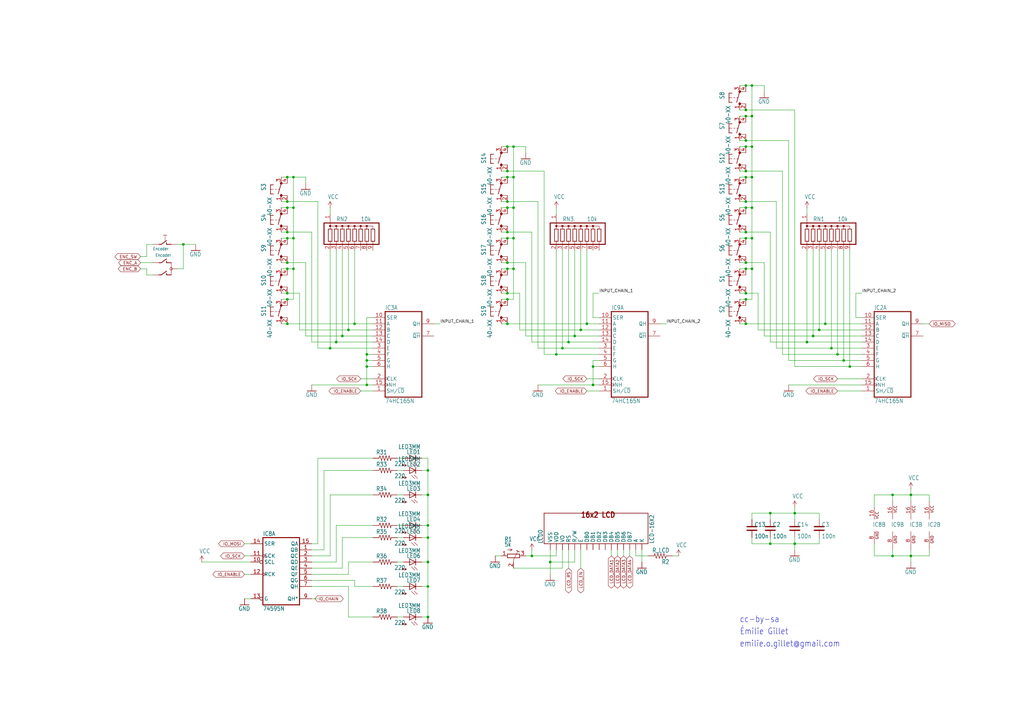
<source format=kicad_sch>
(kicad_sch (version 20250114) (generator "eeschema") (generator_version "9.0")
  (paper "User" 425.45 298.602)
  (text "emilie.o.gillet@gmail.com" (at 307.34 269.24 0) (effects (font (size 2.54 2.159)) (justify left bottom)))
  (text "Émilie Gillet" (at 307.34 264.16 0) (effects (font (size 2.54 2.159)) (justify left bottom)))
  (text "cc-by-sa" (at 307.34 259.08 0) (effects (font (size 2.54 2.159)) (justify left bottom)))
  (junction (at 342.9 134.62))
  (junction (at 309.88 99.06))
  (junction (at 213.36 99.06))
  (junction (at 370.84 231.14))
  (junction (at 177.8 195.58))
  (junction (at 330.2 226.06))
  (junction (at 177.8 243.84))
  (junction (at 210.82 111.76))
  (junction (at 309.88 73.66))
  (junction (at 119.38 73.66))
  (junction (at 312.42 99.06))
  (junction (at 309.88 96.52))
  (junction (at 335.28 142.24))
  (junction (at 210.82 60.96))
  (junction (at 119.38 83.82))
  (junction (at 213.36 73.66))
  (junction (at 210.82 121.92))
  (junction (at 177.8 223.52))
  (junction (at 309.88 83.82))
  (junction (at 243.84 134.62))
  (junction (at 312.42 60.96))
  (junction (at 119.38 111.76))
  (junction (at 228.6 233.68))
  (junction (at 309.88 109.22))
  (junction (at 137.16 144.78))
  (junction (at 330.2 213.36))
  (junction (at 241.3 137.16))
  (junction (at 312.42 73.66))
  (junction (at 210.82 109.22))
  (junction (at 353.06 152.4))
  (junction (at 119.38 124.46))
  (junction (at 210.82 86.36))
  (junction (at 378.46 205.74))
  (junction (at 337.82 139.7))
  (junction (at 309.88 111.76))
  (junction (at 312.42 35.56))
  (junction (at 378.46 231.14))
  (junction (at 177.8 233.68))
  (junction (at 177.8 205.74))
  (junction (at 144.78 137.16))
  (junction (at 312.42 86.36))
  (junction (at 152.4 160.02))
  (junction (at 210.82 124.46))
  (junction (at 139.7 142.24))
  (junction (at 309.88 58.42))
  (junction (at 309.88 45.72))
  (junction (at 309.88 60.96))
  (junction (at 213.36 86.36))
  (junction (at 309.88 86.36))
  (junction (at 220.98 231.14))
  (junction (at 119.38 121.92))
  (junction (at 210.82 71.12))
  (junction (at 210.82 83.82))
  (junction (at 309.88 134.62))
  (junction (at 213.36 111.76))
  (junction (at 213.36 60.96))
  (junction (at 147.32 134.62))
  (junction (at 309.88 121.92))
  (junction (at 236.22 142.24))
  (junction (at 119.38 96.52))
  (junction (at 309.88 48.26))
  (junction (at 320.04 213.36))
  (junction (at 309.88 124.46))
  (junction (at 246.38 160.02))
  (junction (at 370.84 205.74))
  (junction (at 309.88 71.12))
  (junction (at 347.98 147.32))
  (junction (at 177.8 218.44))
  (junction (at 119.38 99.06))
  (junction (at 210.82 134.62))
  (junction (at 152.4 149.86))
  (junction (at 177.8 256.54))
  (junction (at 121.92 73.66))
  (junction (at 340.36 137.16))
  (junction (at 350.52 149.86))
  (junction (at 210.82 99.06))
  (junction (at 312.42 111.76))
  (junction (at 119.38 86.36))
  (junction (at 246.38 152.4))
  (junction (at 121.92 99.06))
  (junction (at 210.82 73.66))
  (junction (at 152.4 147.32))
  (junction (at 345.44 144.78))
  (junction (at 119.38 109.22))
  (junction (at 119.38 134.62))
  (junction (at 238.76 139.7))
  (junction (at 142.24 139.7))
  (junction (at 210.82 96.52))
  (junction (at 231.14 147.32))
  (junction (at 309.88 35.56))
  (junction (at 76.2 101.6))
  (junction (at 152.4 152.4))
  (junction (at 312.42 48.26))
  (junction (at 121.92 111.76))
  (junction (at 233.68 144.78))
  (junction (at 320.04 226.06))
  (junction (at 121.92 86.36))
  (wire (pts (xy 116.84 99.06) (xy 119.38 99.06)) (stroke (width 0.1524)))
  (wire (pts (xy 340.36 226.06) (xy 330.2 226.06)) (stroke (width 0.1524)))
  (wire (pts (xy 236.22 236.22) (xy 236.22 228.6)) (stroke (width 0.1524)))
  (wire (pts (xy 353.06 142.24) (xy 358.14 142.24)) (stroke (width 0.1524)))
  (wire (pts (xy 208.28 134.62) (xy 210.82 134.62)) (stroke (width 0.1524)))
  (wire (pts (xy 177.8 256.54) (xy 177.8 243.84)) (stroke (width 0.1524)))
  (wire (pts (xy 147.32 104.14) (xy 147.32 134.62)) (stroke (width 0.1524)))
  (wire (pts (xy 345.44 144.78) (xy 358.14 144.78)) (stroke (width 0.1524)))
  (wire (pts (xy 116.84 124.46) (xy 119.38 124.46)) (stroke (width 0.1524)))
  (wire (pts (xy 355.6 121.92) (xy 358.14 121.92)) (stroke (width 0.1524)))
  (wire (pts (xy 132.08 226.06) (xy 132.08 190.5)) (stroke (width 0.1524)))
  (wire (pts (xy 154.94 152.4) (xy 152.4 152.4)) (stroke (width 0.1524)))
  (wire (pts (xy 233.68 144.78) (xy 248.92 144.78)) (stroke (width 0.1524)))
  (wire (pts (xy 309.88 121.92) (xy 314.96 121.92)) (stroke (width 0.1524)))
  (wire (pts (xy 330.2 45.72) (xy 330.2 152.4)) (stroke (width 0.1524)))
  (wire (pts (xy 386.08 205.74) (xy 386.08 208.28)) (stroke (width 0.1524)))
  (wire (pts (xy 210.82 109.22) (xy 208.28 109.22)) (stroke (width 0.1524)))
  (wire (pts (xy 330.2 213.36) (xy 320.04 213.36)) (stroke (width 0.1524)))
  (wire (pts (xy 208.28 96.52) (xy 210.82 96.52)) (stroke (width 0.1524)))
  (wire (pts (xy 345.44 134.62) (xy 358.14 134.62)) (stroke (width 0.1524)))
  (wire (pts (xy 165.1 218.44) (xy 167.64 218.44)) (stroke (width 0.1524)))
  (wire (pts (xy 327.66 58.42) (xy 327.66 149.86)) (stroke (width 0.1524)))
  (wire (pts (xy 154.94 160.02) (xy 152.4 160.02)) (stroke (width 0.1524)))
  (wire (pts (xy 210.82 86.36) (xy 213.36 86.36)) (stroke (width 0.1524)))
  (wire (pts (xy 355.6 132.08) (xy 358.14 132.08)) (stroke (width 0.1524)))
  (wire (pts (xy 358.14 160.02) (xy 327.66 160.02)) (stroke (width 0.1524)))
  (wire (pts (xy 121.92 73.66) (xy 127 73.66)) (stroke (width 0.1524)))
  (wire (pts (xy 121.92 99.06) (xy 121.92 111.76)) (stroke (width 0.1524)))
  (wire (pts (xy 307.34 58.42) (xy 309.88 58.42)) (stroke (width 0.1524)))
  (wire (pts (xy 175.26 218.44) (xy 177.8 218.44)) (stroke (width 0.1524)))
  (wire (pts (xy 274.32 134.62) (xy 276.86 134.62)) (stroke (width 0.1524)))
  (wire (pts (xy 210.82 121.92) (xy 215.9 121.92)) (stroke (width 0.1524)))
  (wire (pts (xy 246.38 160.02) (xy 223.52 160.02)) (stroke (width 0.1524)))
  (wire (pts (xy 208.28 121.92) (xy 210.82 121.92)) (stroke (width 0.1524)))
  (wire (pts (xy 58.42 109.22) (xy 63.5 109.22)) (stroke (width 0.1524)))
  (wire (pts (xy 119.38 134.62) (xy 147.32 134.62)) (stroke (width 0.1524)))
  (wire (pts (xy 116.84 73.66) (xy 119.38 73.66)) (stroke (width 0.1524)))
  (wire (pts (xy 337.82 139.7) (xy 350.52 139.7)) (stroke (width 0.1524)))
  (wire (pts (xy 177.8 243.84) (xy 177.8 233.68)) (stroke (width 0.1524)))
  (wire (pts (xy 119.38 124.46) (xy 121.92 124.46)) (stroke (width 0.1524)))
  (wire (pts (xy 347.98 147.32) (xy 358.14 147.32)) (stroke (width 0.1524)))
  (wire (pts (xy 320.04 226.06) (xy 320.04 223.52)) (stroke (width 0.1524)))
  (wire (pts (xy 330.2 213.36) (xy 340.36 213.36)) (stroke (width 0.1524)))
  (wire (pts (xy 129.54 248.92) (xy 132.08 248.92)) (stroke (width 0.1524)))
  (wire (pts (xy 236.22 104.14) (xy 236.22 142.24)) (stroke (width 0.1524)))
  (wire (pts (xy 142.24 104.14) (xy 142.24 139.7)) (stroke (width 0.1524)))
  (wire (pts (xy 58.42 106.68) (xy 60.96 106.68)) (stroke (width 0.1524)))
  (wire (pts (xy 144.78 233.68) (xy 154.94 233.68)) (stroke (width 0.1524)))
  (wire (pts (xy 317.5 109.22) (xy 317.5 139.7)) (stroke (width 0.1524)))
  (wire (pts (xy 175.26 223.52) (xy 177.8 223.52)) (stroke (width 0.1524)))
  (wire (pts (xy 210.82 60.96) (xy 213.36 60.96)) (stroke (width 0.1524)))
  (wire (pts (xy 213.36 124.46) (xy 213.36 111.76)) (stroke (width 0.1524)))
  (wire (pts (xy 213.36 73.66) (xy 213.36 86.36)) (stroke (width 0.1524)))
  (wire (pts (xy 208.28 73.66) (xy 210.82 73.66)) (stroke (width 0.1524)))
  (wire (pts (xy 60.96 101.6) (xy 63.5 101.6)) (stroke (width 0.1524)))
  (wire (pts (xy 177.8 223.52) (xy 177.8 218.44)) (stroke (width 0.1524)))
  (wire (pts (xy 152.4 132.08) (xy 152.4 147.32)) (stroke (width 0.1524)))
  (wire (pts (xy 307.34 121.92) (xy 309.88 121.92)) (stroke (width 0.1524)))
  (wire (pts (xy 139.7 233.68) (xy 139.7 218.44)) (stroke (width 0.1524)))
  (wire (pts (xy 129.54 241.3) (xy 147.32 241.3)) (stroke (width 0.1524)))
  (wire (pts (xy 309.88 71.12) (xy 325.12 71.12)) (stroke (width 0.1524)))
  (wire (pts (xy 73.66 111.76) (xy 76.2 111.76)) (stroke (width 0.1524)))
  (wire (pts (xy 342.9 134.62) (xy 345.44 134.62)) (stroke (width 0.1524)))
  (wire (pts (xy 307.34 96.52) (xy 309.88 96.52)) (stroke (width 0.1524)))
  (wire (pts (xy 231.14 231.14) (xy 231.14 228.6)) (stroke (width 0.1524)))
  (wire (pts (xy 378.46 231.14) (xy 378.46 233.68)) (stroke (width 0.1524)))
  (wire (pts (xy 129.54 231.14) (xy 137.16 231.14)) (stroke (width 0.1524)))
  (wire (pts (xy 76.2 111.76) (xy 76.2 101.6)) (stroke (width 0.1524)))
  (wire (pts (xy 238.76 139.7) (xy 248.92 139.7)) (stroke (width 0.1524)))
  (wire (pts (xy 312.42 111.76) (xy 309.88 111.76)) (stroke (width 0.1524)))
  (wire (pts (xy 363.22 210.82) (xy 363.22 205.74)) (stroke (width 0.1524)))
  (wire (pts (xy 314.96 137.16) (xy 340.36 137.16)) (stroke (width 0.1524)))
  (wire (pts (xy 228.6 228.6) (xy 228.6 233.68)) (stroke (width 0.1524)))
  (wire (pts (xy 127 109.22) (xy 127 139.7)) (stroke (width 0.1524)))
  (wire (pts (xy 307.34 48.26) (xy 309.88 48.26)) (stroke (width 0.1524)))
  (wire (pts (xy 231.14 104.14) (xy 231.14 147.32)) (stroke (width 0.1524)))
  (wire (pts (xy 312.42 99.06) (xy 312.42 111.76)) (stroke (width 0.1524)))
  (wire (pts (xy 218.44 63.5) (xy 218.44 60.96)) (stroke (width 0.1524)))
  (wire (pts (xy 142.24 139.7) (xy 154.94 139.7)) (stroke (width 0.1524)))
  (wire (pts (xy 309.88 96.52) (xy 320.04 96.52)) (stroke (width 0.1524)))
  (wire (pts (xy 325.12 147.32) (xy 347.98 147.32)) (stroke (width 0.1524)))
  (wire (pts (xy 228.6 233.68) (xy 228.6 238.76)) (stroke (width 0.1524)))
  (wire (pts (xy 256.54 231.14) (xy 256.54 228.6)) (stroke (width 0.1524)))
  (wire (pts (xy 213.36 86.36) (xy 213.36 99.06)) (stroke (width 0.1524)))
  (wire (pts (xy 241.3 137.16) (xy 248.92 137.16)) (stroke (width 0.1524)))
  (wire (pts (xy 208.28 124.46) (xy 210.82 124.46)) (stroke (width 0.1524)))
  (wire (pts (xy 223.52 83.82) (xy 223.52 144.78)) (stroke (width 0.1524)))
  (wire (pts (xy 363.22 226.06) (xy 363.22 231.14)) (stroke (width 0.1524)))
  (wire (pts (xy 60.96 111.76) (xy 60.96 114.3)) (stroke (width 0.1524)))
  (wire (pts (xy 386.08 231.14) (xy 386.08 228.6)) (stroke (width 0.1524)))
  (wire (pts (xy 60.96 114.3) (xy 63.5 114.3)) (stroke (width 0.1524)))
  (wire (pts (xy 147.32 241.3) (xy 147.32 243.84)) (stroke (width 0.1524)))
  (wire (pts (xy 363.22 231.14) (xy 370.84 231.14)) (stroke (width 0.1524)))
  (wire (pts (xy 144.78 104.14) (xy 144.78 137.16)) (stroke (width 0.1524)))
  (wire (pts (xy 228.6 233.68) (xy 238.76 233.68)) (stroke (width 0.1524)))
  (wire (pts (xy 236.22 142.24) (xy 248.92 142.24)) (stroke (width 0.1524)))
  (wire (pts (xy 210.82 109.22) (xy 218.44 109.22)) (stroke (width 0.1524)))
  (wire (pts (xy 248.92 160.02) (xy 246.38 160.02)) (stroke (width 0.1524)))
  (wire (pts (xy 142.24 223.52) (xy 154.94 223.52)) (stroke (width 0.1524)))
  (wire (pts (xy 309.88 99.06) (xy 312.42 99.06)) (stroke (width 0.1524)))
  (wire (pts (xy 378.46 205.74) (xy 386.08 205.74)) (stroke (width 0.1524)))
  (wire (pts (xy 317.5 35.56) (xy 317.5 38.1)) (stroke (width 0.1524)))
  (wire (pts (xy 144.78 243.84) (xy 144.78 256.54)) (stroke (width 0.1524)))
  (wire (pts (xy 101.6 238.76) (xy 104.14 238.76)) (stroke (width 0.1524)))
  (wire (pts (xy 116.84 83.82) (xy 119.38 83.82)) (stroke (width 0.1524)))
  (wire (pts (xy 210.82 111.76) (xy 208.28 111.76)) (stroke (width 0.1524)))
  (wire (pts (xy 309.88 71.12) (xy 307.34 71.12)) (stroke (width 0.1524)))
  (wire (pts (xy 350.52 104.14) (xy 350.52 149.86)) (stroke (width 0.1524)))
  (wire (pts (xy 154.94 162.56) (xy 149.86 162.56)) (stroke (width 0.1524)))
  (wire (pts (xy 266.7 228.6) (xy 266.7 233.68)) (stroke (width 0.1524)))
  (wire (pts (xy 177.8 205.74) (xy 177.8 195.58)) (stroke (width 0.1524)))
  (wire (pts (xy 152.4 149.86) (xy 152.4 152.4)) (stroke (width 0.1524)))
  (wire (pts (xy 347.98 157.48) (xy 358.14 157.48)) (stroke (width 0.1524)))
  (wire (pts (xy 134.62 228.6) (xy 134.62 195.58)) (stroke (width 0.1524)))
  (wire (pts (xy 307.34 73.66) (xy 309.88 73.66)) (stroke (width 0.1524)))
  (wire (pts (xy 147.32 243.84) (xy 154.94 243.84)) (stroke (width 0.1524)))
  (wire (pts (xy 307.34 99.06) (xy 309.88 99.06)) (stroke (width 0.1524)))
  (wire (pts (xy 165.1 223.52) (xy 167.64 223.52)) (stroke (width 0.1524)))
  (wire (pts (xy 335.28 86.36) (xy 335.28 88.9)) (stroke (width 0.1524)))
  (wire (pts (xy 154.94 149.86) (xy 152.4 149.86)) (stroke (width 0.1524)))
  (wire (pts (xy 144.78 256.54) (xy 154.94 256.54)) (stroke (width 0.1524)))
  (wire (pts (xy 180.34 134.62) (xy 182.88 134.62)) (stroke (width 0.1524)))
  (wire (pts (xy 238.76 228.6) (xy 238.76 233.68)) (stroke (width 0.1524)))
  (wire (pts (xy 309.88 86.36) (xy 312.42 86.36)) (stroke (width 0.1524)))
  (wire (pts (xy 312.42 35.56) (xy 317.5 35.56)) (stroke (width 0.1524)))
  (wire (pts (xy 340.36 215.9) (xy 340.36 213.36)) (stroke (width 0.1524)))
  (wire (pts (xy 325.12 71.12) (xy 325.12 147.32)) (stroke (width 0.1524)))
  (wire (pts (xy 167.64 195.58) (xy 165.1 195.58)) (stroke (width 0.1524)))
  (wire (pts (xy 350.52 149.86) (xy 358.14 149.86)) (stroke (width 0.1524)))
  (wire (pts (xy 259.08 231.14) (xy 259.08 228.6)) (stroke (width 0.1524)))
  (wire (pts (xy 312.42 73.66) (xy 312.42 86.36)) (stroke (width 0.1524)))
  (wire (pts (xy 127 139.7) (xy 142.24 139.7)) (stroke (width 0.1524)))
  (wire (pts (xy 340.36 104.14) (xy 340.36 137.16)) (stroke (width 0.1524)))
  (wire (pts (xy 175.26 205.74) (xy 177.8 205.74)) (stroke (width 0.1524)))
  (wire (pts (xy 119.38 109.22) (xy 116.84 109.22)) (stroke (width 0.1524)))
  (wire (pts (xy 330.2 226.06) (xy 330.2 223.52)) (stroke (width 0.1524)))
  (wire (pts (xy 309.88 73.66) (xy 312.42 73.66)) (stroke (width 0.1524)))
  (wire (pts (xy 340.36 226.06) (xy 340.36 223.52)) (stroke (width 0.1524)))
  (wire (pts (xy 139.7 142.24) (xy 154.94 142.24)) (stroke (width 0.1524)))
  (wire (pts (xy 73.66 101.6) (xy 76.2 101.6)) (stroke (width 0.1524)))
  (wire (pts (xy 152.4 147.32) (xy 152.4 149.86)) (stroke (width 0.1524)))
  (wire (pts (xy 309.88 45.72) (xy 330.2 45.72)) (stroke (width 0.1524)))
  (wire (pts (xy 248.92 152.4) (xy 246.38 152.4)) (stroke (width 0.1524)))
  (wire (pts (xy 358.14 162.56) (xy 347.98 162.56)) (stroke (width 0.1524)))
  (wire (pts (xy 248.92 149.86) (xy 246.38 149.86)) (stroke (width 0.1524)))
  (wire (pts (xy 370.84 205.74) (xy 378.46 205.74)) (stroke (width 0.1524)))
  (wire (pts (xy 213.36 60.96) (xy 218.44 60.96)) (stroke (width 0.1524)))
  (wire (pts (xy 218.44 231.14) (xy 220.98 231.14)) (stroke (width 0.1524)))
  (wire (pts (xy 139.7 104.14) (xy 139.7 142.24)) (stroke (width 0.1524)))
  (wire (pts (xy 116.84 86.36) (xy 119.38 86.36)) (stroke (width 0.1524)))
  (wire (pts (xy 370.84 231.14) (xy 370.84 228.6)) (stroke (width 0.1524)))
  (wire (pts (xy 119.38 86.36) (xy 121.92 86.36)) (stroke (width 0.1524)))
  (wire (pts (xy 309.88 58.42) (xy 327.66 58.42)) (stroke (width 0.1524)))
  (wire (pts (xy 231.14 147.32) (xy 248.92 147.32)) (stroke (width 0.1524)))
  (wire (pts (xy 226.06 71.12) (xy 226.06 147.32)) (stroke (width 0.1524)))
  (wire (pts (xy 137.16 104.14) (xy 137.16 144.78)) (stroke (width 0.1524)))
  (wire (pts (xy 378.46 231.14) (xy 386.08 231.14)) (stroke (width 0.1524)))
  (wire (pts (xy 165.1 205.74) (xy 167.64 205.74)) (stroke (width 0.1524)))
  (wire (pts (xy 330.2 226.06) (xy 330.2 228.6)) (stroke (width 0.1524)))
  (wire (pts (xy 309.88 124.46) (xy 312.42 124.46)) (stroke (width 0.1524)))
  (wire (pts (xy 213.36 60.96) (xy 213.36 73.66)) (stroke (width 0.1524)))
  (wire (pts (xy 320.04 96.52) (xy 320.04 142.24)) (stroke (width 0.1524)))
  (wire (pts (xy 129.54 233.68) (xy 139.7 233.68)) (stroke (width 0.1524)))
  (wire (pts (xy 104.14 233.68) (xy 83.82 233.68)) (stroke (width 0.1524)))
  (wire (pts (xy 312.42 124.46) (xy 312.42 111.76)) (stroke (width 0.1524)))
  (wire (pts (xy 116.84 134.62) (xy 119.38 134.62)) (stroke (width 0.1524)))
  (wire (pts (xy 175.26 195.58) (xy 177.8 195.58)) (stroke (width 0.1524)))
  (wire (pts (xy 350.52 139.7) (xy 358.14 139.7)) (stroke (width 0.1524)))
  (wire (pts (xy 213.36 111.76) (xy 210.82 111.76)) (stroke (width 0.1524)))
  (wire (pts (xy 309.88 83.82) (xy 307.34 83.82)) (stroke (width 0.1524)))
  (wire (pts (xy 320.04 215.9) (xy 320.04 213.36)) (stroke (width 0.1524)))
  (wire (pts (xy 347.98 137.16) (xy 358.14 137.16)) (stroke (width 0.1524)))
  (wire (pts (xy 134.62 228.6) (xy 129.54 228.6)) (stroke (width 0.1524)))
  (wire (pts (xy 121.92 73.66) (xy 121.92 86.36)) (stroke (width 0.1524)))
  (wire (pts (xy 220.98 228.6) (xy 220.98 231.14)) (stroke (width 0.1524)))
  (wire (pts (xy 218.44 139.7) (xy 238.76 139.7)) (stroke (width 0.1524)))
  (wire (pts (xy 312.42 226.06) (xy 320.04 226.06)) (stroke (width 0.1524)))
  (wire (pts (xy 215.9 137.16) (xy 241.3 137.16)) (stroke (width 0.1524)))
  (wire (pts (xy 309.88 60.96) (xy 312.42 60.96)) (stroke (width 0.1524)))
  (wire (pts (xy 149.86 157.48) (xy 154.94 157.48)) (stroke (width 0.1524)))
  (wire (pts (xy 246.38 132.08) (xy 246.38 121.92)) (stroke (width 0.1524)))
  (wire (pts (xy 129.54 96.52) (xy 129.54 142.24)) (stroke (width 0.1524)))
  (wire (pts (xy 307.34 60.96) (xy 309.88 60.96)) (stroke (width 0.1524)))
  (wire (pts (xy 345.44 104.14) (xy 345.44 144.78)) (stroke (width 0.1524)))
  (wire (pts (xy 314.96 121.92) (xy 314.96 137.16)) (stroke (width 0.1524)))
  (wire (pts (xy 370.84 205.74) (xy 370.84 208.28)) (stroke (width 0.1524)))
  (wire (pts (xy 322.58 144.78) (xy 345.44 144.78)) (stroke (width 0.1524)))
  (wire (pts (xy 177.8 218.44) (xy 177.8 205.74)) (stroke (width 0.1524)))
  (wire (pts (xy 330.2 226.06) (xy 320.04 226.06)) (stroke (width 0.1524)))
  (wire (pts (xy 307.34 45.72) (xy 309.88 45.72)) (stroke (width 0.1524)))
  (wire (pts (xy 177.8 195.58) (xy 177.8 190.5)) (stroke (width 0.1524)))
  (wire (pts (xy 127 73.66) (xy 127 76.2)) (stroke (width 0.1524)))
  (wire (pts (xy 121.92 124.46) (xy 121.92 111.76)) (stroke (width 0.1524)))
  (wire (pts (xy 208.28 60.96) (xy 210.82 60.96)) (stroke (width 0.1524)))
  (wire (pts (xy 119.38 83.82) (xy 132.08 83.82)) (stroke (width 0.1524)))
  (wire (pts (xy 309.88 83.82) (xy 322.58 83.82)) (stroke (width 0.1524)))
  (wire (pts (xy 215.9 121.92) (xy 215.9 137.16)) (stroke (width 0.1524)))
  (wire (pts (xy 335.28 104.14) (xy 335.28 142.24)) (stroke (width 0.1524)))
  (wire (pts (xy 132.08 190.5) (xy 154.94 190.5)) (stroke (width 0.1524)))
  (wire (pts (xy 60.96 106.68) (xy 60.96 101.6)) (stroke (width 0.1524)))
  (wire (pts (xy 347.98 104.14) (xy 347.98 147.32)) (stroke (width 0.1524)))
  (wire (pts (xy 241.3 236.22) (xy 241.3 228.6)) (stroke (width 0.1524)))
  (wire (pts (xy 210.82 96.52) (xy 220.98 96.52)) (stroke (width 0.1524)))
  (wire (pts (xy 132.08 144.78) (xy 137.16 144.78)) (stroke (width 0.1524)))
  (wire (pts (xy 210.82 71.12) (xy 226.06 71.12)) (stroke (width 0.1524)))
  (wire (pts (xy 175.26 233.68) (xy 177.8 233.68)) (stroke (width 0.1524)))
  (wire (pts (xy 218.44 109.22) (xy 218.44 139.7)) (stroke (width 0.1524)))
  (wire (pts (xy 309.88 35.56) (xy 312.42 35.56)) (stroke (width 0.1524)))
  (wire (pts (xy 307.34 109.22) (xy 309.88 109.22)) (stroke (width 0.1524)))
  (wire (pts (xy 124.46 137.16) (xy 144.78 137.16)) (stroke (width 0.1524)))
  (wire (pts (xy 220.98 231.14) (xy 231.14 231.14)) (stroke (width 0.1524)))
  (wire (pts (xy 243.84 104.14) (xy 243.84 134.62)) (stroke (width 0.1524)))
  (wire (pts (xy 119.38 73.66) (xy 121.92 73.66)) (stroke (width 0.1524)))
  (wire (pts (xy 220.98 142.24) (xy 236.22 142.24)) (stroke (width 0.1524)))
  (wire (pts (xy 175.26 190.5) (xy 177.8 190.5)) (stroke (width 0.1524)))
  (wire (pts (xy 152.4 152.4) (xy 152.4 160.02)) (stroke (width 0.1524)))
  (wire (pts (xy 132.08 83.82) (xy 132.08 144.78)) (stroke (width 0.1524)))
  (wire (pts (xy 129.54 243.84) (xy 144.78 243.84)) (stroke (width 0.1524)))
  (wire (pts (xy 119.38 96.52) (xy 129.54 96.52)) (stroke (width 0.1524)))
  (wire (pts (xy 317.5 139.7) (xy 337.82 139.7)) (stroke (width 0.1524)))
  (wire (pts (xy 246.38 132.08) (xy 248.92 132.08)) (stroke (width 0.1524)))
  (wire (pts (xy 152.4 132.08) (xy 154.94 132.08)) (stroke (width 0.1524)))
  (wire (pts (xy 340.36 137.16) (xy 347.98 137.16)) (stroke (width 0.1524)))
  (wire (pts (xy 355.6 132.08) (xy 355.6 121.92)) (stroke (width 0.1524)))
  (wire (pts (xy 165.1 190.5) (xy 167.64 190.5)) (stroke (width 0.1524)))
  (wire (pts (xy 309.88 109.22) (xy 317.5 109.22)) (stroke (width 0.1524)))
  (wire (pts (xy 312.42 223.52) (xy 312.42 226.06)) (stroke (width 0.1524)))
  (wire (pts (xy 264.16 231.14) (xy 269.24 231.14)) (stroke (width 0.1524)))
  (wire (pts (xy 312.42 213.36) (xy 320.04 213.36)) (stroke (width 0.1524)))
  (wire (pts (xy 220.98 96.52) (xy 220.98 142.24)) (stroke (width 0.1524)))
  (wire (pts (xy 238.76 104.14) (xy 238.76 139.7)) (stroke (width 0.1524)))
  (wire (pts (xy 119.38 109.22) (xy 127 109.22)) (stroke (width 0.1524)))
  (wire (pts (xy 312.42 60.96) (xy 312.42 73.66)) (stroke (width 0.1524)))
  (wire (pts (xy 142.24 236.22) (xy 142.24 223.52)) (stroke (width 0.1524)))
  (wire (pts (xy 312.42 35.56) (xy 312.42 48.26)) (stroke (width 0.1524)))
  (wire (pts (xy 129.54 236.22) (xy 142.24 236.22)) (stroke (width 0.1524)))
  (wire (pts (xy 233.68 236.22) (xy 233.68 228.6)) (stroke (width 0.1524)))
  (wire (pts (xy 119.38 99.06) (xy 121.92 99.06)) (stroke (width 0.1524)))
  (wire (pts (xy 386.08 134.62) (xy 383.54 134.62)) (stroke (width 0.1524)))
  (wire (pts (xy 241.3 104.14) (xy 241.3 137.16)) (stroke (width 0.1524)))
  (wire (pts (xy 137.16 86.36) (xy 137.16 88.9)) (stroke (width 0.1524)))
  (wire (pts (xy 335.28 142.24) (xy 353.06 142.24)) (stroke (width 0.1524)))
  (wire (pts (xy 139.7 218.44) (xy 154.94 218.44)) (stroke (width 0.1524)))
  (wire (pts (xy 353.06 152.4) (xy 358.14 152.4)) (stroke (width 0.1524)))
  (wire (pts (xy 312.42 48.26) (xy 312.42 60.96)) (stroke (width 0.1524)))
  (wire (pts (xy 129.54 142.24) (xy 139.7 142.24)) (stroke (width 0.1524)))
  (wire (pts (xy 307.34 86.36) (xy 309.88 86.36)) (stroke (width 0.1524)))
  (wire (pts (xy 353.06 104.14) (xy 353.06 152.4)) (stroke (width 0.1524)))
  (wire (pts (xy 370.84 231.14) (xy 378.46 231.14)) (stroke (width 0.1524)))
  (wire (pts (xy 337.82 104.14) (xy 337.82 139.7)) (stroke (width 0.1524)))
  (wire (pts (xy 119.38 121.92) (xy 116.84 121.92)) (stroke (width 0.1524)))
  (wire (pts (xy 213.36 236.22) (xy 233.68 236.22)) (stroke (width 0.1524)))
  (wire (pts (xy 101.6 226.06) (xy 104.14 226.06)) (stroke (width 0.1524)))
  (wire (pts (xy 121.92 86.36) (xy 121.92 99.06)) (stroke (width 0.1524)))
  (wire (pts (xy 205.74 231.14) (xy 208.28 231.14)) (stroke (width 0.1524)))
  (wire (pts (xy 307.34 134.62) (xy 309.88 134.62)) (stroke (width 0.1524)))
  (wire (pts (xy 261.62 231.14) (xy 261.62 228.6)) (stroke (width 0.1524)))
  (wire (pts (xy 231.14 86.36) (xy 231.14 88.9)) (stroke (width 0.1524)))
  (wire (pts (xy 254 231.14) (xy 254 228.6)) (stroke (width 0.1524)))
  (wire (pts (xy 210.82 124.46) (xy 213.36 124.46)) (stroke (width 0.1524)))
  (wire (pts (xy 154.94 147.32) (xy 152.4 147.32)) (stroke (width 0.1524)))
  (wire (pts (xy 320.04 142.24) (xy 335.28 142.24)) (stroke (width 0.1524)))
  (wire (pts (xy 327.66 149.86) (xy 350.52 149.86)) (stroke (width 0.1524)))
  (wire (pts (xy 378.46 205.74) (xy 378.46 203.2)) (stroke (width 0.1524)))
  (wire (pts (xy 264.16 228.6) (xy 264.16 231.14)) (stroke (width 0.1524)))
  (wire (pts (xy 246.38 152.4) (xy 246.38 160.02)) (stroke (width 0.1524)))
  (wire (pts (xy 243.84 134.62) (xy 248.92 134.62)) (stroke (width 0.1524)))
  (wire (pts (xy 144.78 137.16) (xy 154.94 137.16)) (stroke (width 0.1524)))
  (wire (pts (xy 104.14 248.92) (xy 101.6 248.92)) (stroke (width 0.1524)))
  (wire (pts (xy 330.2 213.36) (xy 330.2 210.82)) (stroke (width 0.1524)))
  (wire (pts (xy 307.34 124.46) (xy 309.88 124.46)) (stroke (width 0.1524)))
  (wire (pts (xy 165.1 243.84) (xy 167.64 243.84)) (stroke (width 0.1524)))
  (wire (pts (xy 129.54 226.06) (xy 132.08 226.06)) (stroke (width 0.1524)))
  (wire (pts (xy 208.28 99.06) (xy 210.82 99.06)) (stroke (width 0.1524)))
  (wire (pts (xy 312.42 215.9) (xy 312.42 213.36)) (stroke (width 0.1524)))
  (wire (pts (xy 226.06 147.32) (xy 231.14 147.32)) (stroke (width 0.1524)))
  (wire (pts (xy 124.46 121.92) (xy 124.46 137.16)) (stroke (width 0.1524)))
  (wire (pts (xy 134.62 195.58) (xy 154.94 195.58)) (stroke (width 0.1524)))
  (wire (pts (xy 119.38 121.92) (xy 124.46 121.92)) (stroke (width 0.1524)))
  (wire (pts (xy 246.38 149.86) (xy 246.38 152.4)) (stroke (width 0.1524)))
  (wire (pts (xy 233.68 144.78) (xy 233.68 104.14)) (stroke (width 0.1524)))
  (wire (pts (xy 309.88 111.76) (xy 307.34 111.76)) (stroke (width 0.1524)))
  (wire (pts (xy 378.46 205.74) (xy 378.46 208.28)) (stroke (width 0.1524)))
  (wire (pts (xy 210.82 71.12) (xy 208.28 71.12)) (stroke (width 0.1524)))
  (wire (pts (xy 208.28 86.36) (xy 210.82 86.36)) (stroke (width 0.1524)))
  (wire (pts (xy 129.54 238.76) (xy 144.78 238.76)) (stroke (width 0.1524)))
  (wire (pts (xy 246.38 121.92) (xy 248.92 121.92)) (stroke (width 0.1524)))
  (wire (pts (xy 152.4 160.02) (xy 129.54 160.02)) (stroke (width 0.1524)))
  (wire (pts (xy 309.88 48.26) (xy 312.42 48.26)) (stroke (width 0.1524)))
  (wire (pts (xy 330.2 152.4) (xy 353.06 152.4)) (stroke (width 0.1524)))
  (wire (pts (xy 121.92 111.76) (xy 119.38 111.76)) (stroke (width 0.1524)))
  (wire (pts (xy 119.38 96.52) (xy 116.84 96.52)) (stroke (width 0.1524)))
  (wire (pts (xy 307.34 35.56) (xy 309.88 35.56)) (stroke (width 0.1524)))
  (wire (pts (xy 210.82 134.62) (xy 243.84 134.62)) (stroke (width 0.1524)))
  (wire (pts (xy 210.82 73.66) (xy 213.36 73.66)) (stroke (width 0.1524)))
  (wire (pts (xy 378.46 231.14) (xy 378.46 228.6)) (stroke (width 0.1524)))
  (wire (pts (xy 312.42 86.36) (xy 312.42 99.06)) (stroke (width 0.1524)))
  (wire (pts (xy 137.16 205.74) (xy 154.94 205.74)) (stroke (width 0.1524)))
  (wire (pts (xy 342.9 104.14) (xy 342.9 134.62)) (stroke (width 0.1524)))
  (wire (pts (xy 175.26 256.54) (xy 177.8 256.54)) (stroke (width 0.1524)))
  (wire (pts (xy 58.42 111.76) (xy 60.96 111.76)) (stroke (width 0.1524)))
  (wire (pts (xy 76.2 101.6) (xy 81.28 101.6)) (stroke (width 0.1524)))
  (wire (pts (xy 165.1 256.54) (xy 167.64 256.54)) (stroke (width 0.1524)))
  (wire (pts (xy 243.84 157.48) (xy 248.92 157.48)) (stroke (width 0.1524)))
  (wire (pts (xy 144.78 238.76) (xy 144.78 233.68)) (stroke (width 0.1524)))
  (wire (pts (xy 309.88 134.62) (xy 342.9 134.62)) (stroke (width 0.1524)))
  (wire (pts (xy 165.1 233.68) (xy 167.64 233.68)) (stroke (width 0.1524)))
  (wire (pts (xy 137.16 144.78) (xy 154.94 144.78)) (stroke (width 0.1524)))
  (wire (pts (xy 363.22 205.74) (xy 370.84 205.74)) (stroke (width 0.1524)))
  (wire (pts (xy 210.82 83.82) (xy 208.28 83.82)) (stroke (width 0.1524)))
  (wire (pts (xy 223.52 144.78) (xy 233.68 144.78)) (stroke (width 0.1524)))
  (wire (pts (xy 279.4 231.14) (xy 281.94 231.14)) (stroke (width 0.1524)))
  (wire (pts (xy 147.32 134.62) (xy 154.94 134.62)) (stroke (width 0.1524)))
  (wire (pts (xy 175.26 243.84) (xy 177.8 243.84)) (stroke (width 0.1524)))
  (wire (pts (xy 137.16 231.14) (xy 137.16 205.74)) (stroke (width 0.1524)))
  (wire (pts (xy 101.6 231.14) (xy 104.14 231.14)) (stroke (width 0.1524)))
  (wire (pts (xy 213.36 99.06) (xy 213.36 111.76)) (stroke (width 0.1524)))
  (wire (pts (xy 177.8 233.68) (xy 177.8 223.52)) (stroke (width 0.1524)))
  (wire (pts (xy 119.38 111.76) (xy 116.84 111.76)) (stroke (width 0.1524)))
  (wire (pts (xy 330.2 215.9) (xy 330.2 213.36)) (stroke (width 0.1524)))
  (wire (pts (xy 210.82 99.06) (xy 213.36 99.06)) (stroke (width 0.1524)))
  (wire (pts (xy 248.92 162.56) (xy 243.84 162.56)) (stroke (width 0.1524)))
  (wire (pts (xy 322.58 83.82) (xy 322.58 144.78)) (stroke (width 0.1524)))
  (wire (pts (xy 210.82 83.82) (xy 223.52 83.82)) (stroke (width 0.1524)))
  (label "INPUT_CHAIN_1" (at 248.92 121.92 0) (effects (font (size 1.2446 1.2446))))
  (label "INPUT_CHAIN_1" (at 182.88 134.62 0) (effects (font (size 1.2446 1.2446))))
  (label "INPUT_CHAIN_2" (at 276.86 134.62 0) (effects (font (size 1.2446 1.2446))))
  (label "INPUT_CHAIN_2" (at 358.14 121.92 0) (effects (font (size 1.2446 1.2446))))
  (global_label "ENC_SW" (shape bidirectional) (at 58.42 106.68 180) (effects (font (size 1.2446 1.2446))) (property "Intersheetrefs" "${INTERSHEET_REFS}" (effects (hide yes))))
  (global_label "LCD_DATA4" (shape bidirectional) (at 261.62 231.14 270) (effects (font (size 1.2446 1.2446))) (property "Intersheetrefs" "${INTERSHEET_REFS}" (effects (hide yes))))
  (global_label "LCD_DATA2" (shape bidirectional) (at 256.54 231.14 270) (effects (font (size 1.2446 1.2446))) (property "Intersheetrefs" "${INTERSHEET_REFS}" (effects (hide yes))))
  (global_label "IO_ENABLE" (shape bidirectional) (at 347.98 162.56 180) (effects (font (size 1.2446 1.2446))) (property "Intersheetrefs" "${INTERSHEET_REFS}" (effects (hide yes))))
  (global_label "IO_MOSI" (shape bidirectional) (at 101.6 226.06 180) (effects (font (size 1.2446 1.2446))) (property "Intersheetrefs" "${INTERSHEET_REFS}" (effects (hide yes))))
  (global_label "IO_SCK" (shape bidirectional) (at 101.6 231.14 180) (effects (font (size 1.2446 1.2446))) (property "Intersheetrefs" "${INTERSHEET_REFS}" (effects (hide yes))))
  (global_label "IO_SCK" (shape bidirectional) (at 149.86 157.48 180) (effects (font (size 1.2446 1.2446))) (property "Intersheetrefs" "${INTERSHEET_REFS}" (effects (hide yes))))
  (global_label "LCD_DATA3" (shape bidirectional) (at 259.08 231.14 270) (effects (font (size 1.2446 1.2446))) (property "Intersheetrefs" "${INTERSHEET_REFS}" (effects (hide yes))))
  (global_label "IO_CHAIN" (shape bidirectional) (at 130.81 248.92 0) (effects (font (size 1.2446 1.2446))) (property "Intersheetrefs" "${INTERSHEET_REFS}" (effects (hide yes))))
  (global_label "IO_ENABLE" (shape bidirectional) (at 243.84 162.56 180) (effects (font (size 1.2446 1.2446))) (property "Intersheetrefs" "${INTERSHEET_REFS}" (effects (hide yes))))
  (global_label "IO_SCK" (shape bidirectional) (at 243.84 157.48 180) (effects (font (size 1.2446 1.2446))) (property "Intersheetrefs" "${INTERSHEET_REFS}" (effects (hide yes))))
  (global_label "LCD_EN" (shape bidirectional) (at 241.3 236.22 270) (effects (font (size 1.2446 1.2446))) (property "Intersheetrefs" "${INTERSHEET_REFS}" (effects (hide yes))))
  (global_label "IO_SCK" (shape bidirectional) (at 347.98 157.48 180) (effects (font (size 1.2446 1.2446))) (property "Intersheetrefs" "${INTERSHEET_REFS}" (effects (hide yes))))
  (global_label "LCD_DATA1" (shape bidirectional) (at 254 231.14 270) (effects (font (size 1.2446 1.2446))) (property "Intersheetrefs" "${INTERSHEET_REFS}" (effects (hide yes))))
  (global_label "IO_MISO" (shape bidirectional) (at 386.08 134.62 0) (effects (font (size 1.2446 1.2446))) (property "Intersheetrefs" "${INTERSHEET_REFS}" (effects (hide yes))))
  (global_label "IO_ENABLE" (shape bidirectional) (at 149.86 162.56 180) (effects (font (size 1.2446 1.2446))) (property "Intersheetrefs" "${INTERSHEET_REFS}" (effects (hide yes))))
  (global_label "IO_ENABLE" (shape bidirectional) (at 101.6 238.76 180) (effects (font (size 1.2446 1.2446))) (property "Intersheetrefs" "${INTERSHEET_REFS}" (effects (hide yes))))
  (global_label "LCD_RS" (shape bidirectional) (at 236.22 236.22 270) (effects (font (size 1.2446 1.2446))) (property "Intersheetrefs" "${INTERSHEET_REFS}" (effects (hide yes))))
  (global_label "ENC_B" (shape bidirectional) (at 58.42 111.76 180) (effects (font (size 1.2446 1.2446))) (property "Intersheetrefs" "${INTERSHEET_REFS}" (effects (hide yes))))
  (global_label "ENC_A" (shape bidirectional) (at 58.42 109.22 180) (effects (font (size 1.2446 1.2446))) (property "Intersheetrefs" "${INTERSHEET_REFS}" (effects (hide yes))))
  (symbol (lib_id "shruthi_control_board_xt_v03-eagle-import:R-US_0204/7") (at 160.02 223.52 0) (unit 1)
    (property "Reference" "R35" (at 156.21 222.0214 0) (effects (font (size 1.778 1.5113)) (justify left bottom)))
    (property "Value" "220" (at 163.83 226.822 0) (effects (font (size 1.778 1.5113)) (justify left bottom)))
    (property "Footprint" "shruthi_control_board_xt_v03:0204_7" (effects (hide yes)))
  )
  (symbol (lib_id "shruthi_control_board_xt_v03-eagle-import:40-XX") (at 208.28 116.84 0) (mirror x) (unit 1)
    (property "Reference" "S18" (at 201.93 114.3 90) (effects (font (size 1.778 1.5113)) (justify left bottom)))
    (property "Value" "40-XX" (at 204.47 120.015 90) (effects (font (size 1.778 1.5113)) (justify left bottom)))
    (property "Footprint" "shruthi_control_board_xt_v03:B3F-40XX" (effects (hide yes)))
  )
  (symbol (lib_id "shruthi_control_board_xt_v03-eagle-import:GND") (at 101.6 251.46 0) (unit 1)
    (property "Reference" "#GND6" (effects (hide yes)))
    (property "Value" "GND" (at 99.06 254 0) (effects (font (size 1.778 1.5113)) (justify left bottom)))
  )
  (symbol (lib_id "shruthi_control_board_xt_v03-eagle-import:GND") (at 129.54 162.56 0) (unit 1)
    (property "Reference" "#GND29" (effects (hide yes)))
    (property "Value" "GND" (at 127 165.1 0) (effects (font (size 1.778 1.5113)) (justify left bottom)))
  )
  (symbol (lib_id "shruthi_control_board_xt_v03-eagle-import:LED3MM") (at 170.18 195.58 90) (unit 1)
    (property "Reference" "LED2" (at 174.752 192.024 90) (effects (font (size 1.778 1.5113)) (justify left bottom)))
    (property "Value" "LED3MM" (at 174.752 189.865 90) (effects (font (size 1.778 1.5113)) (justify left bottom)))
    (property "Footprint" "shruthi_control_board_xt_v03:LED3MM" (effects (hide yes)))
  )
  (symbol (lib_id "shruthi_control_board_xt_v03-eagle-import:R-US_0204/7") (at 160.02 195.58 0) (unit 1)
    (property "Reference" "R33" (at 156.21 194.0814 0) (effects (font (size 1.778 1.5113)) (justify left bottom)))
    (property "Value" "220" (at 163.83 198.882 0) (effects (font (size 1.778 1.5113)) (justify left bottom)))
    (property "Footprint" "shruthi_control_board_xt_v03:0204_7" (effects (hide yes)))
  )
  (symbol (lib_id "shruthi_control_board_xt_v03-eagle-import:40-XX") (at 116.84 116.84 0) (mirror x) (unit 1)
    (property "Reference" "S10" (at 110.49 114.3 90) (effects (font (size 1.778 1.5113)) (justify left bottom)))
    (property "Value" "40-XX" (at 113.03 120.015 90) (effects (font (size 1.778 1.5113)) (justify left bottom)))
    (property "Footprint" "shruthi_control_board_xt_v03:B3F-40XX" (effects (hide yes)))
  )
  (symbol (lib_id "shruthi_control_board_xt_v03-eagle-import:40-XX") (at 208.28 104.14 0) (mirror x) (unit 1)
    (property "Reference" "S17" (at 201.93 101.6 90) (effects (font (size 1.778 1.5113)) (justify left bottom)))
    (property "Value" "40-XX" (at 204.47 107.315 90) (effects (font (size 1.778 1.5113)) (justify left bottom)))
    (property "Footprint" "shruthi_control_board_xt_v03:B3F-40XX" (effects (hide yes)))
  )
  (symbol (lib_id "shruthi_control_board_xt_v03-eagle-import:EC12E_SW") (at 68.58 101.6 0) (unit 2)
    (property "Reference" "SW1" (effects (hide yes)))
    (property "Value" "Encoder" (at 63.5 104.14 0) (effects (font (size 1.27 1.0795)) (justify left bottom)))
    (property "Footprint" "shruthi_control_board_xt_v03:ALPS_EC12E_SW" (effects (hide yes)))
  )
  (symbol (lib_id "shruthi_control_board_xt_v03-eagle-import:R-US_0204/7") (at 274.32 231.14 180) (unit 1)
    (property "Reference" "R2" (at 278.13 232.6386 0) (effects (font (size 1.778 1.5113)) (justify left bottom)))
    (property "Value" "R_LCD" (at 278.13 227.838 0) (effects (font (size 1.778 1.5113)) (justify left bottom)))
    (property "Footprint" "shruthi_control_board_xt_v03:0204_7" (effects (hide yes)))
  )
  (symbol (lib_id "shruthi_control_board_xt_v03-eagle-import:40-XX") (at 116.84 129.54 0) (mirror x) (unit 1)
    (property "Reference" "S11" (at 110.49 127 90) (effects (font (size 1.778 1.5113)) (justify left bottom)))
    (property "Value" "40-XX" (at 113.03 132.715 90) (effects (font (size 1.778 1.5113)) (justify left bottom)))
    (property "Footprint" "shruthi_control_board_xt_v03:B3F-40XX" (effects (hide yes)))
  )
  (symbol (lib_id "shruthi_control_board_xt_v03-eagle-import:GND") (at 81.28 104.14 0) (unit 1)
    (property "Reference" "#GND10" (effects (hide yes)))
    (property "Value" "GND" (at 78.74 106.68 0) (effects (font (size 1.778 1.5113)) (justify left bottom)))
  )
  (symbol (lib_id "shruthi_control_board_xt_v03-eagle-import:LCD-16X2") (at 248.92 218.44 90) (unit 1)
    (property "Reference" "LCD0" (at 225.552 226.06 0) (effects (font (size 1.778 1.5113)) (justify left bottom)))
    (property "Value" "LCD-16X2" (at 271.78 226.06 0) (effects (font (size 1.778 1.5113)) (justify left bottom)))
    (property "Footprint" "shruthi_control_board_xt_v03:LCD-16X2" (effects (hide yes)))
  )
  (symbol (lib_id "shruthi_control_board_xt_v03-eagle-import:R-TRIMM3339P") (at 213.36 231.14 270) (unit 1)
    (property "Reference" "R1" (at 209.55 225.171 90) (effects (font (size 1.778 1.5113)) (justify left bottom)))
    (property "Value" "5k" (at 209.55 227.33 90) (effects (font (size 1.778 1.5113)) (justify left bottom)))
    (property "Footprint" "shruthi_control_board_xt_v03:RTRIM3339P" (effects (hide yes)))
  )
  (symbol (lib_id "shruthi_control_board_xt_v03-eagle-import:74165N") (at 167.64 147.32 0) (unit 1)
    (property "Reference" "IC3" (at 160.02 128.905 0) (effects (font (size 1.778 1.5113)) (justify left bottom)))
    (property "Value" "74HC165N" (at 160.02 167.64 0) (effects (font (size 1.778 1.5113)) (justify left bottom)))
    (property "Footprint" "shruthi_control_board_xt_v03:DIL16" (effects (hide yes)))
  )
  (symbol (lib_id "power:VCC") (at 83.82 233.68 0) (unit 1)
    (property "Reference" "#P+5" (effects (hide yes)))
    (property "Value" "VCC" (at 82.804 230.124 0) (effects (font (size 1.778 1.5113)) (justify left bottom)))
    (property "Description" "Power symbol creates a global label with name \"VCC\"" (effects (hide yes)))
  )
  (symbol (lib_id "shruthi_control_board_xt_v03-eagle-import:LED3MM") (at 170.18 243.84 90) (unit 1)
    (property "Reference" "LED7" (at 174.752 240.284 90) (effects (font (size 1.778 1.5113)) (justify left bottom)))
    (property "Value" "LED3MM" (at 174.752 238.125 90) (effects (font (size 1.778 1.5113)) (justify left bottom)))
    (property "Footprint" "shruthi_control_board_xt_v03:LED3MM" (effects (hide yes)))
  )
  (symbol (lib_id "shruthi_control_board_xt_v03-eagle-import:LED3MM") (at 170.18 233.68 90) (unit 1)
    (property "Reference" "LED6" (at 174.752 230.124 90) (effects (font (size 1.778 1.5113)) (justify left bottom)))
    (property "Value" "LED3MM" (at 174.752 227.965 90) (effects (font (size 1.778 1.5113)) (justify left bottom)))
    (property "Footprint" "shruthi_control_board_xt_v03:LED3MM" (effects (hide yes)))
  )
  (symbol (lib_id "shruthi_control_board_xt_v03-eagle-import:GND") (at 228.6 241.3 0) (unit 1)
    (property "Reference" "#GND28" (effects (hide yes)))
    (property "Value" "GND" (at 226.06 243.84 0) (effects (font (size 1.778 1.5113)) (justify left bottom)))
  )
  (symbol (lib_id "shruthi_control_board_xt_v03-eagle-import:40-XX") (at 208.28 129.54 0) (mirror x) (unit 1)
    (property "Reference" "S19" (at 201.93 127 90) (effects (font (size 1.778 1.5113)) (justify left bottom)))
    (property "Value" "40-XX" (at 204.47 132.715 90) (effects (font (size 1.778 1.5113)) (justify left bottom)))
    (property "Footprint" "shruthi_control_board_xt_v03:B3F-40XX" (effects (hide yes)))
  )
  (symbol (lib_id "shruthi_control_board_xt_v03-eagle-import:R-US_0204/7") (at 160.02 243.84 0) (unit 1)
    (property "Reference" "R37" (at 156.21 242.3414 0) (effects (font (size 1.778 1.5113)) (justify left bottom)))
    (property "Value" "220" (at 163.83 247.142 0) (effects (font (size 1.778 1.5113)) (justify left bottom)))
    (property "Footprint" "shruthi_control_board_xt_v03:0204_7" (effects (hide yes)))
  )
  (symbol (lib_id "shruthi_control_board_xt_v03-eagle-import:R-US_0204/7") (at 160.02 190.5 0) (unit 1)
    (property "Reference" "R31" (at 156.21 189.0014 0) (effects (font (size 1.778 1.5113)) (justify left bottom)))
    (property "Value" "220" (at 163.83 193.802 0) (effects (font (size 1.778 1.5113)) (justify left bottom)))
    (property "Footprint" "shruthi_control_board_xt_v03:0204_7" (effects (hide yes)))
  )
  (symbol (lib_id "shruthi_control_board_xt_v03-eagle-import:LED3MM") (at 170.18 205.74 90) (unit 1)
    (property "Reference" "LED3" (at 174.752 202.184 90) (effects (font (size 1.778 1.5113)) (justify left bottom)))
    (property "Value" "LED3MM" (at 174.752 200.025 90) (effects (font (size 1.778 1.5113)) (justify left bottom)))
    (property "Footprint" "shruthi_control_board_xt_v03:LED3MM" (effects (hide yes)))
  )
  (symbol (lib_id "shruthi_control_board_xt_v03-eagle-import:R-US_0204/7") (at 160.02 233.68 0) (unit 1)
    (property "Reference" "R36" (at 156.21 232.1814 0) (effects (font (size 1.778 1.5113)) (justify left bottom)))
    (property "Value" "220" (at 163.83 236.982 0) (effects (font (size 1.778 1.5113)) (justify left bottom)))
    (property "Footprint" "shruthi_control_board_xt_v03:0204_7" (effects (hide yes)))
  )
  (symbol (lib_id "shruthi_control_board_xt_v03-eagle-import:GND") (at 378.46 236.22 0) (unit 1)
    (property "Reference" "#GND43" (effects (hide yes)))
    (property "Value" "GND" (at 375.92 238.76 0) (effects (font (size 1.778 1.5113)) (justify left bottom)))
  )
  (symbol (lib_id "shruthi_control_board_xt_v03-eagle-import:40-XX") (at 307.34 116.84 0) (mirror x) (unit 1)
    (property "Reference" "S1" (at 300.99 114.3 90) (effects (font (size 1.778 1.5113)) (justify left bottom)))
    (property "Value" "40-XX" (at 303.53 120.015 90) (effects (font (size 1.778 1.5113)) (justify left bottom)))
    (property "Footprint" "shruthi_control_board_xt_v03:B3F-40XX" (effects (hide yes)))
  )
  (symbol (lib_id "power:VCC") (at 231.14 86.36 0) (unit 1)
    (property "Reference" "#P+12" (effects (hide yes)))
    (property "Value" "VCC" (at 230.124 82.804 0) (effects (font (size 1.778 1.5113)) (justify left bottom)))
    (property "Description" "Power symbol creates a global label with name \"VCC\"" (effects (hide yes)))
  )
  (symbol (lib_id "shruthi_control_board_xt_v03-eagle-import:40-XX") (at 208.28 66.04 0) (mirror x) (unit 1)
    (property "Reference" "S14" (at 201.93 63.5 90) (effects (font (size 1.778 1.5113)) (justify left bottom)))
    (property "Value" "40-XX" (at 204.47 69.215 90) (effects (font (size 1.778 1.5113)) (justify left bottom)))
    (property "Footprint" "shruthi_control_board_xt_v03:B3F-40XX" (effects (hide yes)))
  )
  (symbol (lib_id "shruthi_control_board_xt_v03-eagle-import:G08R") (at 147.32 99.06 0) (unit 1)
    (property "Reference" "RN2" (at 139.7 92.075 0) (effects (font (size 1.778 1.5113)) (justify left bottom)))
    (property "Value" "10k" (at 149.86 92.075 0) (effects (font (size 1.778 1.5113)) (justify left bottom)))
    (property "Footprint" "shruthi_control_board_xt_v03:SIL9" (effects (hide yes)))
  )
  (symbol (lib_id "shruthi_control_board_xt_v03-eagle-import:GND") (at 127 78.74 0) (unit 1)
    (property "Reference" "#GND58" (effects (hide yes)))
    (property "Value" "GND" (at 124.46 81.28 0) (effects (font (size 1.778 1.5113)) (justify left bottom)))
  )
  (symbol (lib_id "shruthi_control_board_xt_v03-eagle-import:74165N") (at 386.08 218.44 0) (unit 2)
    (property "Reference" "IC2" (at 385.445 219.075 0) (effects (font (size 1.778 1.5113)) (justify left bottom)))
    (property "Value" "74HC165N" (effects (hide yes)))
    (property "Footprint" "shruthi_control_board_xt_v03:DIL16" (effects (hide yes)))
  )
  (symbol (lib_id "shruthi_control_board_xt_v03-eagle-import:40-XX") (at 116.84 91.44 0) (mirror x) (unit 1)
    (property "Reference" "S4" (at 110.49 88.9 90) (effects (font (size 1.778 1.5113)) (justify left bottom)))
    (property "Value" "40-XX" (at 113.03 94.615 90) (effects (font (size 1.778 1.5113)) (justify left bottom)))
    (property "Footprint" "shruthi_control_board_xt_v03:B3F-40XX" (effects (hide yes)))
  )
  (symbol (lib_id "shruthi_control_board_xt_v03-eagle-import:GND") (at 266.7 236.22 0) (unit 1)
    (property "Reference" "#GND15" (effects (hide yes)))
    (property "Value" "GND" (at 264.16 238.76 0) (effects (font (size 1.778 1.5113)) (justify left bottom)))
  )
  (symbol (lib_id "shruthi_control_board_xt_v03-eagle-import:40-XX") (at 307.34 129.54 0) (mirror x) (unit 1)
    (property "Reference" "S2" (at 300.99 127 90) (effects (font (size 1.778 1.5113)) (justify left bottom)))
    (property "Value" "40-XX" (at 303.53 132.715 90) (effects (font (size 1.778 1.5113)) (justify left bottom)))
    (property "Footprint" "shruthi_control_board_xt_v03:B3F-40XX" (effects (hide yes)))
  )
  (symbol (lib_id "Device:C") (at 340.36 219.71 0) (unit 1)
    (property "Reference" "C3" (at 341.376 219.075 0) (effects (font (size 1.778 1.5113)) (justify left bottom)))
    (property "Value" "100n" (at 341.376 223.901 0) (effects (font (size 1.778 1.5113)) (justify left bottom)))
    (property "Footprint" "shruthi_control_board_xt_v03:C025-024X044" (effects (hide yes)))
    (property "Description" "Unpolarized capacitor" (effects (hide yes)))
  )
  (symbol (lib_id "shruthi_control_board_xt_v03-eagle-import:74165N") (at 378.46 218.44 0) (unit 2)
    (property "Reference" "IC3" (at 377.825 219.075 0) (effects (font (size 1.778 1.5113)) (justify left bottom)))
    (property "Value" "74HC165N" (effects (hide yes)))
    (property "Footprint" "shruthi_control_board_xt_v03:DIL16" (effects (hide yes)))
  )
  (symbol (lib_id "shruthi_control_board_xt_v03-eagle-import:GND") (at 218.44 66.04 0) (unit 1)
    (property "Reference" "#GND2" (effects (hide yes)))
    (property "Value" "GND" (at 215.9 68.58 0) (effects (font (size 1.778 1.5113)) (justify left bottom)))
  )
  (symbol (lib_id "shruthi_control_board_xt_v03-eagle-import:GND") (at 223.52 162.56 0) (unit 1)
    (property "Reference" "#GND8" (effects (hide yes)))
    (property "Value" "GND" (at 220.98 165.1 0) (effects (font (size 1.778 1.5113)) (justify left bottom)))
  )
  (symbol (lib_id "shruthi_control_board_xt_v03-eagle-import:LED3MM") (at 170.18 218.44 90) (unit 1)
    (property "Reference" "LED4" (at 174.752 214.884 90) (effects (font (size 1.778 1.5113)) (justify left bottom)))
    (property "Value" "LED3MM" (at 174.752 212.725 90) (effects (font (size 1.778 1.5113)) (justify left bottom)))
    (property "Footprint" "shruthi_control_board_xt_v03:LED3MM" (effects (hide yes)))
  )
  (symbol (lib_id "Device:C") (at 330.2 219.71 0) (unit 1)
    (property "Reference" "C14" (at 331.216 219.075 0) (effects (font (size 1.778 1.5113)) (justify left bottom)))
    (property "Value" "100n" (at 331.216 223.901 0) (effects (font (size 1.778 1.5113)) (justify left bottom)))
    (property "Footprint" "shruthi_control_board_xt_v03:C025-024X044" (effects (hide yes)))
    (property "Description" "Unpolarized capacitor" (effects (hide yes)))
  )
  (symbol (lib_id "shruthi_control_board_xt_v03-eagle-import:74595N") (at 363.22 218.44 0) (unit 2)
    (property "Reference" "IC8" (at 362.585 219.075 0) (effects (font (size 1.778 1.5113)) (justify left bottom)))
    (property "Value" "74595N" (effects (hide yes)))
    (property "Footprint" "shruthi_control_board_xt_v03:DIL16" (effects (hide yes)))
  )
  (symbol (lib_id "shruthi_control_board_xt_v03-eagle-import:40-XX") (at 208.28 78.74 0) (mirror x) (unit 1)
    (property "Reference" "S15" (at 201.93 76.2 90) (effects (font (size 1.778 1.5113)) (justify left bottom)))
    (property "Value" "40-XX" (at 204.47 81.915 90) (effects (font (size 1.778 1.5113)) (justify left bottom)))
    (property "Footprint" "shruthi_control_board_xt_v03:B3F-40XX" (effects (hide yes)))
  )
  (symbol (lib_id "shruthi_control_board_xt_v03-eagle-import:74595N") (at 116.84 236.22 0) (unit 1)
    (property "Reference" "IC8" (at 109.22 222.885 0) (effects (font (size 1.778 1.5113)) (justify left bottom)))
    (property "Value" "74595N" (at 109.22 254 0) (effects (font (size 1.778 1.5113)) (justify left bottom)))
    (property "Footprint" "shruthi_control_board_xt_v03:DIL16" (effects (hide yes)))
  )
  (symbol (lib_id "shruthi_control_board_xt_v03-eagle-import:40-XX") (at 208.28 91.44 0) (mirror x) (unit 1)
    (property "Reference" "S16" (at 201.93 88.9 90) (effects (font (size 1.778 1.5113)) (justify left bottom)))
    (property "Value" "40-XX" (at 204.47 94.615 90) (effects (font (size 1.778 1.5113)) (justify left bottom)))
    (property "Footprint" "shruthi_control_board_xt_v03:B3F-40XX" (effects (hide yes)))
  )
  (symbol (lib_id "power:VCC") (at 137.16 86.36 0) (unit 1)
    (property "Reference" "#P+21" (effects (hide yes)))
    (property "Value" "VCC" (at 136.144 82.804 0) (effects (font (size 1.778 1.5113)) (justify left bottom)))
    (property "Description" "Power symbol creates a global label with name \"VCC\"" (effects (hide yes)))
  )
  (symbol (lib_id "shruthi_control_board_xt_v03-eagle-import:40-XX") (at 116.84 104.14 0) (mirror x) (unit 1)
    (property "Reference" "S9" (at 110.49 101.6 90) (effects (font (size 1.778 1.5113)) (justify left bottom)))
    (property "Value" "40-XX" (at 113.03 107.315 90) (effects (font (size 1.778 1.5113)) (justify left bottom)))
    (property "Footprint" "shruthi_control_board_xt_v03:B3F-40XX" (effects (hide yes)))
  )
  (symbol (lib_id "shruthi_control_board_xt_v03-eagle-import:GND") (at 327.66 162.56 0) (unit 1)
    (property "Reference" "#GND27" (effects (hide yes)))
    (property "Value" "GND" (at 325.12 165.1 0) (effects (font (size 1.778 1.5113)) (justify left bottom)))
  )
  (symbol (lib_id "shruthi_control_board_xt_v03-eagle-import:R-US_0204/7") (at 160.02 205.74 0) (unit 1)
    (property "Reference" "R34" (at 156.21 204.2414 0) (effects (font (size 1.778 1.5113)) (justify left bottom)))
    (property "Value" "220" (at 163.83 209.042 0) (effects (font (size 1.778 1.5113)) (justify left bottom)))
    (property "Footprint" "shruthi_control_board_xt_v03:0204_7" (effects (hide yes)))
  )
  (symbol (lib_id "shruthi_control_board_xt_v03-eagle-import:74165N") (at 261.62 147.32 0) (unit 1)
    (property "Reference" "IC9" (at 254 128.905 0) (effects (font (size 1.778 1.5113)) (justify left bottom)))
    (property "Value" "74HC165N" (at 254 167.64 0) (effects (font (size 1.778 1.5113)) (justify left bottom)))
    (property "Footprint" "shruthi_control_board_xt_v03:DIL16" (effects (hide yes)))
  )
  (symbol (lib_id "shruthi_control_board_xt_v03-eagle-import:40-XX") (at 307.34 40.64 0) (mirror x) (unit 1)
    (property "Reference" "S8" (at 300.99 38.1 90) (effects (font (size 1.778 1.5113)) (justify left bottom)))
    (property "Value" "40-XX" (at 303.53 43.815 90) (effects (font (size 1.778 1.5113)) (justify left bottom)))
    (property "Footprint" "shruthi_control_board_xt_v03:B3F-40XX" (effects (hide yes)))
  )
  (symbol (lib_id "shruthi_control_board_xt_v03-eagle-import:74165N") (at 370.84 147.32 0) (unit 1)
    (property "Reference" "IC2" (at 363.22 128.905 0) (effects (font (size 1.778 1.5113)) (justify left bottom)))
    (property "Value" "74HC165N" (at 363.22 167.64 0) (effects (font (size 1.778 1.5113)) (justify left bottom)))
    (property "Footprint" "shruthi_control_board_xt_v03:DIL16" (effects (hide yes)))
  )
  (symbol (lib_id "Device:C") (at 320.04 219.71 0) (unit 1)
    (property "Reference" "C2" (at 321.056 219.075 0) (effects (font (size 1.778 1.5113)) (justify left bottom)))
    (property "Value" "100n" (at 321.056 223.901 0) (effects (font (size 1.778 1.5113)) (justify left bottom)))
    (property "Footprint" "shruthi_control_board_xt_v03:C025-024X044" (effects (hide yes)))
    (property "Description" "Unpolarized capacitor" (effects (hide yes)))
  )
  (symbol (lib_id "shruthi_control_board_xt_v03-eagle-import:LED3MM") (at 170.18 190.5 90) (unit 1)
    (property "Reference" "LED1" (at 174.752 186.944 90) (effects (font (size 1.778 1.5113)) (justify left bottom)))
    (property "Value" "LED3MM" (at 174.752 184.785 90) (effects (font (size 1.778 1.5113)) (justify left bottom)))
    (property "Footprint" "shruthi_control_board_xt_v03:LED3MM" (effects (hide yes)))
  )
  (symbol (lib_id "shruthi_control_board_xt_v03-eagle-import:G08R") (at 345.44 99.06 0) (unit 1)
    (property "Reference" "RN1" (at 337.82 92.075 0) (effects (font (size 1.778 1.5113)) (justify left bottom)))
    (property "Value" "10k" (at 347.98 92.075 0) (effects (font (size 1.778 1.5113)) (justify left bottom)))
    (property "Footprint" "shruthi_control_board_xt_v03:SIL9" (effects (hide yes)))
  )
  (symbol (lib_id "Device:C") (at 312.42 219.71 0) (unit 1)
    (property "Reference" "C13" (at 313.436 219.075 0) (effects (font (size 1.778 1.5113)) (justify left bottom)))
    (property "Value" "100n" (at 313.436 223.901 0) (effects (font (size 1.778 1.5113)) (justify left bottom)))
    (property "Footprint" "shruthi_control_board_xt_v03:C025-024X044" (effects (hide yes)))
    (property "Description" "Unpolarized capacitor" (effects (hide yes)))
  )
  (symbol (lib_id "shruthi_control_board_xt_v03-eagle-import:R-US_0204/7") (at 160.02 256.54 0) (unit 1)
    (property "Reference" "R38" (at 156.21 255.0414 0) (effects (font (size 1.778 1.5113)) (justify left bottom)))
    (property "Value" "220" (at 163.83 259.842 0) (effects (font (size 1.778 1.5113)) (justify left bottom)))
    (property "Footprint" "shruthi_control_board_xt_v03:0204_7" (effects (hide yes)))
  )
  (symbol (lib_id "shruthi_control_board_xt_v03-eagle-import:40-XX") (at 307.34 104.14 0) (mirror x) (unit 1)
    (property "Reference" "S6" (at 300.99 101.6 90) (effects (font (size 1.778 1.5113)) (justify left bottom)))
    (property "Value" "40-XX" (at 303.53 107.315 90) (effects (font (size 1.778 1.5113)) (justify left bottom)))
    (property "Footprint" "shruthi_control_board_xt_v03:B3F-40XX" (effects (hide yes)))
  )
  (symbol (lib_id "shruthi_control_board_xt_v03-eagle-import:LED3MM") (at 170.18 223.52 90) (unit 1)
    (property "Reference" "LED5" (at 174.752 219.964 90) (effects (font (size 1.778 1.5113)) (justify left bottom)))
    (property "Value" "LED3MM" (at 174.752 217.805 90) (effects (font (size 1.778 1.5113)) (justify left bottom)))
    (property "Footprint" "shruthi_control_board_xt_v03:LED3MM" (effects (hide yes)))
  )
  (symbol (lib_id "shruthi_control_board_xt_v03-eagle-import:40-XX") (at 307.34 91.44 0) (mirror x) (unit 1)
    (property "Reference" "S5" (at 300.99 88.9 90) (effects (font (size 1.778 1.5113)) (justify left bottom)))
    (property "Value" "40-XX" (at 303.53 94.615 90) (effects (font (size 1.778 1.5113)) (justify left bottom)))
    (property "Footprint" "shruthi_control_board_xt_v03:B3F-40XX" (effects (hide yes)))
  )
  (symbol (lib_id "shruthi_control_board_xt_v03-eagle-import:40-XX") (at 307.34 53.34 0) (mirror x) (unit 1)
    (property "Reference" "S7" (at 300.99 50.8 90) (effects (font (size 1.778 1.5113)) (justify left bottom)))
    (property "Value" "40-XX" (at 303.53 56.515 90) (effects (font (size 1.778 1.5113)) (justify left bottom)))
    (property "Footprint" "shruthi_control_board_xt_v03:B3F-40XX" (effects (hide yes)))
  )
  (symbol (lib_id "shruthi_control_board_xt_v03-eagle-import:LED3MM") (at 170.18 256.54 90) (unit 1)
    (property "Reference" "LED8" (at 174.752 252.984 90) (effects (font (size 1.778 1.5113)) (justify left bottom)))
    (property "Value" "LED3MM" (at 174.752 250.825 90) (effects (font (size 1.778 1.5113)) (justify left bottom)))
    (property "Footprint" "shruthi_control_board_xt_v03:LED3MM" (effects (hide yes)))
  )
  (symbol (lib_id "shruthi_control_board_xt_v03-eagle-import:GND") (at 205.74 233.68 0) (unit 1)
    (property "Reference" "#GND9" (effects (hide yes)))
    (property "Value" "GND" (at 203.2 236.22 0) (effects (font (size 1.778 1.5113)) (justify left bottom)))
  )
  (symbol (lib_id "power:VCC") (at 281.94 231.14 0) (unit 1)
    (property "Reference" "#P+9" (effects (hide yes)))
    (property "Value" "VCC" (at 280.924 227.584 0) (effects (font (size 1.778 1.5113)) (justify left bottom)))
    (property "Description" "Power symbol creates a global label with name \"VCC\"" (effects (hide yes)))
  )
  (symbol (lib_id "power:VCC") (at 220.98 228.6 0) (unit 1)
    (property "Reference" "#P+8" (effects (hide yes)))
    (property "Value" "VCC" (at 219.964 225.044 0) (effects (font (size 1.778 1.5113)) (justify left bottom)))
    (property "Description" "Power symbol creates a global label with name \"VCC\"" (effects (hide yes)))
  )
  (symbol (lib_id "power:VCC") (at 378.46 203.2 0) (unit 1)
    (property "Reference" "#P+35" (effects (hide yes)))
    (property "Value" "VCC" (at 377.444 199.644 0) (effects (font (size 1.778 1.5113)) (justify left bottom)))
    (property "Description" "Power symbol creates a global label with name \"VCC\"" (effects (hide yes)))
  )
  (symbol (lib_id "shruthi_control_board_xt_v03-eagle-import:G08R") (at 241.3 99.06 0) (unit 1)
    (property "Reference" "RN3" (at 233.68 92.075 0) (effects (font (size 1.778 1.5113)) (justify left bottom)))
    (property "Value" "10k" (at 243.84 92.075 0) (effects (font (size 1.778 1.5113)) (justify left bottom)))
    (property "Footprint" "shruthi_control_board_xt_v03:SIL9" (effects (hide yes)))
  )
  (symbol (lib_id "shruthi_control_board_xt_v03-eagle-import:GND") (at 317.5 40.64 0) (unit 1)
    (property "Reference" "#GND26" (effects (hide yes)))
    (property "Value" "GND" (at 314.96 43.18 0) (effects (font (size 1.778 1.5113)) (justify left bottom)))
  )
  (symbol (lib_id "shruthi_control_board_xt_v03-eagle-import:GND") (at 330.2 231.14 0) (unit 1)
    (property "Reference" "#GND16" (effects (hide yes)))
    (property "Value" "GND" (at 327.66 233.68 0) (effects (font (size 1.778 1.5113)) (justify left bottom)))
  )
  (symbol (lib_id "shruthi_control_board_xt_v03-eagle-import:40-XX") (at 116.84 78.74 0) (mirror x) (unit 1)
    (property "Reference" "S3" (at 110.49 76.2 90) (effects (font (size 1.778 1.5113)) (justify left bottom)))
    (property "Value" "40-XX" (at 113.03 81.915 90) (effects (font (size 1.778 1.5113)) (justify left bottom)))
    (property "Footprint" "shruthi_control_board_xt_v03:B3F-40XX" (effects (hide yes)))
  )
  (symbol (lib_id "shruthi_control_board_xt_v03-eagle-import:EC12E_SW") (at 71.12 111.76 90) (unit 1)
    (property "Reference" "SW1" (effects (hide yes)))
    (property "Value" "Encoder" (at 71.12 105.41 90) (effects (font (size 1.27 1.0795)) (justify left bottom)))
    (property "Footprint" "shruthi_control_board_xt_v03:ALPS_EC12E_SW" (effects (hide yes)))
  )
  (symbol (lib_id "shruthi_control_board_xt_v03-eagle-import:40-XX") (at 307.34 78.74 0) (mirror x) (unit 1)
    (property "Reference" "S13" (at 300.99 76.2 90) (effects (font (size 1.778 1.5113)) (justify left bottom)))
    (property "Value" "40-XX" (at 303.53 81.915 90) (effects (font (size 1.778 1.5113)) (justify left bottom)))
    (property "Footprint" "shruthi_control_board_xt_v03:B3F-40XX" (effects (hide yes)))
  )
  (symbol (lib_id "shruthi_control_board_xt_v03-eagle-import:74165N") (at 370.84 218.44 0) (unit 2)
    (property "Reference" "IC9" (at 370.205 219.075 0) (effects (font (size 1.778 1.5113)) (justify left bottom)))
    (property "Value" "74HC165N" (effects (hide yes)))
    (property "Footprint" "shruthi_control_board_xt_v03:DIL16" (effects (hide yes)))
  )
  (symbol (lib_id "power:VCC") (at 330.2 210.82 0) (unit 1)
    (property "Reference" "#P+11" (effects (hide yes)))
    (property "Value" "VCC" (at 329.184 207.264 0) (effects (font (size 1.778 1.5113)) (justify left bottom)))
    (property "Description" "Power symbol creates a global label with name \"VCC\"" (effects (hide yes)))
  )
  (symbol (lib_id "shruthi_control_board_xt_v03-eagle-import:R-US_0204/7") (at 160.02 218.44 0) (unit 1)
    (property "Reference" "R32" (at 156.21 216.9414 0) (effects (font (size 1.778 1.5113)) (justify left bottom)))
    (property "Value" "220" (at 163.83 221.742 0) (effects (font (size 1.778 1.5113)) (justify left bottom)))
    (property "Footprint" "shruthi_control_board_xt_v03:0204_7" (effects (hide yes)))
  )
  (symbol (lib_id "power:VCC") (at 335.28 86.36 0) (unit 1)
    (property "Reference" "#P+20" (effects (hide yes)))
    (property "Value" "VCC" (at 334.264 82.804 0) (effects (font (size 1.778 1.5113)) (justify left bottom)))
    (property "Description" "Power symbol creates a global label with name \"VCC\"" (effects (hide yes)))
  )
  (symbol (lib_id "shruthi_control_board_xt_v03-eagle-import:GND") (at 177.8 259.08 0) (unit 1)
    (property "Reference" "#GND7" (effects (hide yes)))
    (property "Value" "GND" (at 175.26 261.62 0) (effects (font (size 1.778 1.5113)) (justify left bottom)))
  )
  (symbol (lib_id "shruthi_control_board_xt_v03-eagle-import:40-XX") (at 307.34 66.04 0) (mirror x) (unit 1)
    (property "Reference" "S12" (at 300.99 63.5 90) (effects (font (size 1.778 1.5113)) (justify left bottom)))
    (property "Value" "40-XX" (at 303.53 69.215 90) (effects (font (size 1.778 1.5113)) (justify left bottom)))
    (property "Footprint" "shruthi_control_board_xt_v03:B3F-40XX" (effects (hide yes)))
  )
)
</source>
